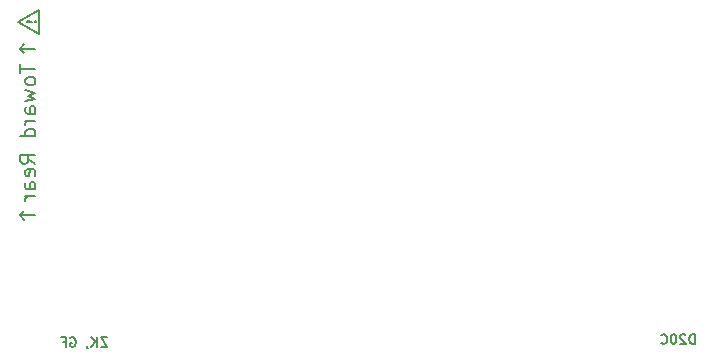
<source format=gbo>
G04 #@! TF.GenerationSoftware,KiCad,Pcbnew,(5.1.10-1-10_14)*
G04 #@! TF.CreationDate,2021-10-29T05:10:37-04:00*
G04 #@! TF.ProjectId,RAM2GS,52414d32-4753-42e6-9b69-6361645f7063,2.0*
G04 #@! TF.SameCoordinates,Original*
G04 #@! TF.FileFunction,Legend,Bot*
G04 #@! TF.FilePolarity,Positive*
%FSLAX46Y46*%
G04 Gerber Fmt 4.6, Leading zero omitted, Abs format (unit mm)*
G04 Created by KiCad (PCBNEW (5.1.10-1-10_14)) date 2021-10-29 05:10:37*
%MOMM*%
%LPD*%
G01*
G04 APERTURE LIST*
%ADD10C,0.203200*%
%ADD11C,0.200000*%
%ADD12C,0.190500*%
%ADD13C,0.100000*%
%ADD14C,1.448000*%
%ADD15C,2.524900*%
%ADD16C,1.140600*%
%ADD17C,2.150000*%
G04 APERTURE END LIST*
D10*
X104771371Y-130542695D02*
X104771371Y-129729895D01*
X104577847Y-129729895D01*
X104461733Y-129768600D01*
X104384323Y-129846009D01*
X104345619Y-129923419D01*
X104306914Y-130078238D01*
X104306914Y-130194352D01*
X104345619Y-130349171D01*
X104384323Y-130426580D01*
X104461733Y-130503990D01*
X104577847Y-130542695D01*
X104771371Y-130542695D01*
X103997276Y-129807304D02*
X103958571Y-129768600D01*
X103881161Y-129729895D01*
X103687638Y-129729895D01*
X103610228Y-129768600D01*
X103571523Y-129807304D01*
X103532819Y-129884714D01*
X103532819Y-129962123D01*
X103571523Y-130078238D01*
X104035980Y-130542695D01*
X103532819Y-130542695D01*
X103029657Y-129729895D02*
X102952247Y-129729895D01*
X102874838Y-129768600D01*
X102836133Y-129807304D01*
X102797428Y-129884714D01*
X102758723Y-130039533D01*
X102758723Y-130233057D01*
X102797428Y-130387876D01*
X102836133Y-130465285D01*
X102874838Y-130503990D01*
X102952247Y-130542695D01*
X103029657Y-130542695D01*
X103107066Y-130503990D01*
X103145771Y-130465285D01*
X103184476Y-130387876D01*
X103223180Y-130233057D01*
X103223180Y-130039533D01*
X103184476Y-129884714D01*
X103145771Y-129807304D01*
X103107066Y-129768600D01*
X103029657Y-129729895D01*
X101945923Y-130465285D02*
X101984628Y-130503990D01*
X102100742Y-130542695D01*
X102178152Y-130542695D01*
X102294266Y-130503990D01*
X102371676Y-130426580D01*
X102410380Y-130349171D01*
X102449085Y-130194352D01*
X102449085Y-130078238D01*
X102410380Y-129923419D01*
X102371676Y-129846009D01*
X102294266Y-129768600D01*
X102178152Y-129729895D01*
X102100742Y-129729895D01*
X101984628Y-129768600D01*
X101945923Y-129807304D01*
X55021238Y-129983895D02*
X54479371Y-129983895D01*
X55021238Y-130796695D01*
X54479371Y-130796695D01*
X54169733Y-130796695D02*
X54169733Y-129983895D01*
X53705276Y-130796695D02*
X54053619Y-130332238D01*
X53705276Y-129983895D02*
X54169733Y-130448352D01*
X53318228Y-130757990D02*
X53318228Y-130796695D01*
X53356933Y-130874104D01*
X53395638Y-130912809D01*
X51924857Y-130022600D02*
X52002266Y-129983895D01*
X52118380Y-129983895D01*
X52234495Y-130022600D01*
X52311904Y-130100009D01*
X52350609Y-130177419D01*
X52389314Y-130332238D01*
X52389314Y-130448352D01*
X52350609Y-130603171D01*
X52311904Y-130680580D01*
X52234495Y-130757990D01*
X52118380Y-130796695D01*
X52040971Y-130796695D01*
X51924857Y-130757990D01*
X51886152Y-130719285D01*
X51886152Y-130448352D01*
X52040971Y-130448352D01*
X51266876Y-130370942D02*
X51537809Y-130370942D01*
X51537809Y-130796695D02*
X51537809Y-129983895D01*
X51150761Y-129983895D01*
D11*
X47625000Y-119634000D02*
X48006000Y-119253000D01*
X47498000Y-103251000D02*
X49276000Y-102235000D01*
X49276000Y-102235000D02*
X49276000Y-104267000D01*
X47625000Y-105537000D02*
X48006000Y-105156000D01*
X48895000Y-105537000D02*
X47625000Y-105537000D01*
X47625000Y-119634000D02*
X48006000Y-120015000D01*
X48895000Y-119634000D02*
X47625000Y-119634000D01*
X47625000Y-105537000D02*
X48006000Y-105918000D01*
X49276000Y-104267000D02*
X47498000Y-103251000D01*
X47691523Y-106873523D02*
X47691523Y-107599238D01*
X48961523Y-107236380D02*
X47691523Y-107236380D01*
X48961523Y-108204000D02*
X48901047Y-108083047D01*
X48840571Y-108022571D01*
X48719619Y-107962095D01*
X48356761Y-107962095D01*
X48235809Y-108022571D01*
X48175333Y-108083047D01*
X48114857Y-108204000D01*
X48114857Y-108385428D01*
X48175333Y-108506380D01*
X48235809Y-108566857D01*
X48356761Y-108627333D01*
X48719619Y-108627333D01*
X48840571Y-108566857D01*
X48901047Y-108506380D01*
X48961523Y-108385428D01*
X48961523Y-108204000D01*
X48114857Y-109050666D02*
X48961523Y-109292571D01*
X48356761Y-109534476D01*
X48961523Y-109776380D01*
X48114857Y-110018285D01*
X48961523Y-111046380D02*
X48296285Y-111046380D01*
X48175333Y-110985904D01*
X48114857Y-110864952D01*
X48114857Y-110623047D01*
X48175333Y-110502095D01*
X48901047Y-111046380D02*
X48961523Y-110925428D01*
X48961523Y-110623047D01*
X48901047Y-110502095D01*
X48780095Y-110441619D01*
X48659142Y-110441619D01*
X48538190Y-110502095D01*
X48477714Y-110623047D01*
X48477714Y-110925428D01*
X48417238Y-111046380D01*
X48961523Y-111651142D02*
X48114857Y-111651142D01*
X48356761Y-111651142D02*
X48235809Y-111711619D01*
X48175333Y-111772095D01*
X48114857Y-111893047D01*
X48114857Y-112014000D01*
X48961523Y-112981619D02*
X47691523Y-112981619D01*
X48901047Y-112981619D02*
X48961523Y-112860666D01*
X48961523Y-112618761D01*
X48901047Y-112497809D01*
X48840571Y-112437333D01*
X48719619Y-112376857D01*
X48356761Y-112376857D01*
X48235809Y-112437333D01*
X48175333Y-112497809D01*
X48114857Y-112618761D01*
X48114857Y-112860666D01*
X48175333Y-112981619D01*
X48961523Y-115279714D02*
X48356761Y-114856380D01*
X48961523Y-114554000D02*
X47691523Y-114554000D01*
X47691523Y-115037809D01*
X47752000Y-115158761D01*
X47812476Y-115219238D01*
X47933428Y-115279714D01*
X48114857Y-115279714D01*
X48235809Y-115219238D01*
X48296285Y-115158761D01*
X48356761Y-115037809D01*
X48356761Y-114554000D01*
X48901047Y-116307809D02*
X48961523Y-116186857D01*
X48961523Y-115944952D01*
X48901047Y-115824000D01*
X48780095Y-115763523D01*
X48296285Y-115763523D01*
X48175333Y-115824000D01*
X48114857Y-115944952D01*
X48114857Y-116186857D01*
X48175333Y-116307809D01*
X48296285Y-116368285D01*
X48417238Y-116368285D01*
X48538190Y-115763523D01*
X48961523Y-117456857D02*
X48296285Y-117456857D01*
X48175333Y-117396380D01*
X48114857Y-117275428D01*
X48114857Y-117033523D01*
X48175333Y-116912571D01*
X48901047Y-117456857D02*
X48961523Y-117335904D01*
X48961523Y-117033523D01*
X48901047Y-116912571D01*
X48780095Y-116852095D01*
X48659142Y-116852095D01*
X48538190Y-116912571D01*
X48477714Y-117033523D01*
X48477714Y-117335904D01*
X48417238Y-117456857D01*
X48961523Y-118061619D02*
X48114857Y-118061619D01*
X48356761Y-118061619D02*
X48235809Y-118122095D01*
X48175333Y-118182571D01*
X48114857Y-118303523D01*
X48114857Y-118424476D01*
D12*
X48913142Y-103251000D02*
X48949428Y-103287285D01*
X48985714Y-103251000D01*
X48949428Y-103214714D01*
X48913142Y-103251000D01*
X48985714Y-103251000D01*
X48695428Y-103251000D02*
X48260000Y-103214714D01*
X48223714Y-103251000D01*
X48260000Y-103287285D01*
X48695428Y-103251000D01*
X48223714Y-103251000D01*
%LPC*%
D13*
G36*
X113538000Y-139446000D02*
G01*
X113030000Y-139954000D01*
X55626000Y-139954000D01*
X55118000Y-139446000D01*
X55118000Y-132080000D01*
X113538000Y-132080000D01*
X113538000Y-139446000D01*
G37*
D14*
X48514000Y-129540000D03*
G36*
G01*
X110161000Y-138608500D02*
X110161000Y-131955500D01*
G75*
G02*
X110579500Y-131537000I418500J0D01*
G01*
X111416500Y-131537000D01*
G75*
G02*
X111835000Y-131955500I0J-418500D01*
G01*
X111835000Y-138608500D01*
G75*
G02*
X111416500Y-139027000I-418500J0D01*
G01*
X110579500Y-139027000D01*
G75*
G02*
X110161000Y-138608500I0J418500D01*
G01*
G37*
G36*
G01*
X107621000Y-138608500D02*
X107621000Y-131955500D01*
G75*
G02*
X108039500Y-131537000I418500J0D01*
G01*
X108876500Y-131537000D01*
G75*
G02*
X109295000Y-131955500I0J-418500D01*
G01*
X109295000Y-138608500D01*
G75*
G02*
X108876500Y-139027000I-418500J0D01*
G01*
X108039500Y-139027000D01*
G75*
G02*
X107621000Y-138608500I0J418500D01*
G01*
G37*
G36*
G01*
X105081000Y-138608500D02*
X105081000Y-131955500D01*
G75*
G02*
X105499500Y-131537000I418500J0D01*
G01*
X106336500Y-131537000D01*
G75*
G02*
X106755000Y-131955500I0J-418500D01*
G01*
X106755000Y-138608500D01*
G75*
G02*
X106336500Y-139027000I-418500J0D01*
G01*
X105499500Y-139027000D01*
G75*
G02*
X105081000Y-138608500I0J418500D01*
G01*
G37*
G36*
G01*
X102541000Y-138608500D02*
X102541000Y-131955500D01*
G75*
G02*
X102959500Y-131537000I418500J0D01*
G01*
X103796500Y-131537000D01*
G75*
G02*
X104215000Y-131955500I0J-418500D01*
G01*
X104215000Y-138608500D01*
G75*
G02*
X103796500Y-139027000I-418500J0D01*
G01*
X102959500Y-139027000D01*
G75*
G02*
X102541000Y-138608500I0J418500D01*
G01*
G37*
G36*
G01*
X100001000Y-138608500D02*
X100001000Y-131955500D01*
G75*
G02*
X100419500Y-131537000I418500J0D01*
G01*
X101256500Y-131537000D01*
G75*
G02*
X101675000Y-131955500I0J-418500D01*
G01*
X101675000Y-138608500D01*
G75*
G02*
X101256500Y-139027000I-418500J0D01*
G01*
X100419500Y-139027000D01*
G75*
G02*
X100001000Y-138608500I0J418500D01*
G01*
G37*
G36*
G01*
X97461000Y-138608500D02*
X97461000Y-131955500D01*
G75*
G02*
X97879500Y-131537000I418500J0D01*
G01*
X98716500Y-131537000D01*
G75*
G02*
X99135000Y-131955500I0J-418500D01*
G01*
X99135000Y-138608500D01*
G75*
G02*
X98716500Y-139027000I-418500J0D01*
G01*
X97879500Y-139027000D01*
G75*
G02*
X97461000Y-138608500I0J418500D01*
G01*
G37*
G36*
G01*
X94921000Y-138608500D02*
X94921000Y-131955500D01*
G75*
G02*
X95339500Y-131537000I418500J0D01*
G01*
X96176500Y-131537000D01*
G75*
G02*
X96595000Y-131955500I0J-418500D01*
G01*
X96595000Y-138608500D01*
G75*
G02*
X96176500Y-139027000I-418500J0D01*
G01*
X95339500Y-139027000D01*
G75*
G02*
X94921000Y-138608500I0J418500D01*
G01*
G37*
G36*
G01*
X92381000Y-138608500D02*
X92381000Y-131955500D01*
G75*
G02*
X92799500Y-131537000I418500J0D01*
G01*
X93636500Y-131537000D01*
G75*
G02*
X94055000Y-131955500I0J-418500D01*
G01*
X94055000Y-138608500D01*
G75*
G02*
X93636500Y-139027000I-418500J0D01*
G01*
X92799500Y-139027000D01*
G75*
G02*
X92381000Y-138608500I0J418500D01*
G01*
G37*
G36*
G01*
X89841000Y-138608500D02*
X89841000Y-131955500D01*
G75*
G02*
X90259500Y-131537000I418500J0D01*
G01*
X91096500Y-131537000D01*
G75*
G02*
X91515000Y-131955500I0J-418500D01*
G01*
X91515000Y-138608500D01*
G75*
G02*
X91096500Y-139027000I-418500J0D01*
G01*
X90259500Y-139027000D01*
G75*
G02*
X89841000Y-138608500I0J418500D01*
G01*
G37*
G36*
G01*
X87301000Y-138608500D02*
X87301000Y-131955500D01*
G75*
G02*
X87719500Y-131537000I418500J0D01*
G01*
X88556500Y-131537000D01*
G75*
G02*
X88975000Y-131955500I0J-418500D01*
G01*
X88975000Y-138608500D01*
G75*
G02*
X88556500Y-139027000I-418500J0D01*
G01*
X87719500Y-139027000D01*
G75*
G02*
X87301000Y-138608500I0J418500D01*
G01*
G37*
G36*
G01*
X84761000Y-138608500D02*
X84761000Y-131955500D01*
G75*
G02*
X85179500Y-131537000I418500J0D01*
G01*
X86016500Y-131537000D01*
G75*
G02*
X86435000Y-131955500I0J-418500D01*
G01*
X86435000Y-138608500D01*
G75*
G02*
X86016500Y-139027000I-418500J0D01*
G01*
X85179500Y-139027000D01*
G75*
G02*
X84761000Y-138608500I0J418500D01*
G01*
G37*
G36*
G01*
X82221000Y-138608500D02*
X82221000Y-131955500D01*
G75*
G02*
X82639500Y-131537000I418500J0D01*
G01*
X83476500Y-131537000D01*
G75*
G02*
X83895000Y-131955500I0J-418500D01*
G01*
X83895000Y-138608500D01*
G75*
G02*
X83476500Y-139027000I-418500J0D01*
G01*
X82639500Y-139027000D01*
G75*
G02*
X82221000Y-138608500I0J418500D01*
G01*
G37*
G36*
G01*
X79681000Y-138608500D02*
X79681000Y-131955500D01*
G75*
G02*
X80099500Y-131537000I418500J0D01*
G01*
X80936500Y-131537000D01*
G75*
G02*
X81355000Y-131955500I0J-418500D01*
G01*
X81355000Y-138608500D01*
G75*
G02*
X80936500Y-139027000I-418500J0D01*
G01*
X80099500Y-139027000D01*
G75*
G02*
X79681000Y-138608500I0J418500D01*
G01*
G37*
G36*
G01*
X77141000Y-138608500D02*
X77141000Y-131955500D01*
G75*
G02*
X77559500Y-131537000I418500J0D01*
G01*
X78396500Y-131537000D01*
G75*
G02*
X78815000Y-131955500I0J-418500D01*
G01*
X78815000Y-138608500D01*
G75*
G02*
X78396500Y-139027000I-418500J0D01*
G01*
X77559500Y-139027000D01*
G75*
G02*
X77141000Y-138608500I0J418500D01*
G01*
G37*
G36*
G01*
X74601000Y-138608500D02*
X74601000Y-131955500D01*
G75*
G02*
X75019500Y-131537000I418500J0D01*
G01*
X75856500Y-131537000D01*
G75*
G02*
X76275000Y-131955500I0J-418500D01*
G01*
X76275000Y-138608500D01*
G75*
G02*
X75856500Y-139027000I-418500J0D01*
G01*
X75019500Y-139027000D01*
G75*
G02*
X74601000Y-138608500I0J418500D01*
G01*
G37*
G36*
G01*
X72061000Y-138608500D02*
X72061000Y-131955500D01*
G75*
G02*
X72479500Y-131537000I418500J0D01*
G01*
X73316500Y-131537000D01*
G75*
G02*
X73735000Y-131955500I0J-418500D01*
G01*
X73735000Y-138608500D01*
G75*
G02*
X73316500Y-139027000I-418500J0D01*
G01*
X72479500Y-139027000D01*
G75*
G02*
X72061000Y-138608500I0J418500D01*
G01*
G37*
G36*
G01*
X69521000Y-138608500D02*
X69521000Y-131955500D01*
G75*
G02*
X69939500Y-131537000I418500J0D01*
G01*
X70776500Y-131537000D01*
G75*
G02*
X71195000Y-131955500I0J-418500D01*
G01*
X71195000Y-138608500D01*
G75*
G02*
X70776500Y-139027000I-418500J0D01*
G01*
X69939500Y-139027000D01*
G75*
G02*
X69521000Y-138608500I0J418500D01*
G01*
G37*
G36*
G01*
X66981000Y-138608500D02*
X66981000Y-131955500D01*
G75*
G02*
X67399500Y-131537000I418500J0D01*
G01*
X68236500Y-131537000D01*
G75*
G02*
X68655000Y-131955500I0J-418500D01*
G01*
X68655000Y-138608500D01*
G75*
G02*
X68236500Y-139027000I-418500J0D01*
G01*
X67399500Y-139027000D01*
G75*
G02*
X66981000Y-138608500I0J418500D01*
G01*
G37*
G36*
G01*
X64441000Y-138608500D02*
X64441000Y-131955500D01*
G75*
G02*
X64859500Y-131537000I418500J0D01*
G01*
X65696500Y-131537000D01*
G75*
G02*
X66115000Y-131955500I0J-418500D01*
G01*
X66115000Y-138608500D01*
G75*
G02*
X65696500Y-139027000I-418500J0D01*
G01*
X64859500Y-139027000D01*
G75*
G02*
X64441000Y-138608500I0J418500D01*
G01*
G37*
G36*
G01*
X61901000Y-138608500D02*
X61901000Y-131955500D01*
G75*
G02*
X62319500Y-131537000I418500J0D01*
G01*
X63156500Y-131537000D01*
G75*
G02*
X63575000Y-131955500I0J-418500D01*
G01*
X63575000Y-138608500D01*
G75*
G02*
X63156500Y-139027000I-418500J0D01*
G01*
X62319500Y-139027000D01*
G75*
G02*
X61901000Y-138608500I0J418500D01*
G01*
G37*
G36*
G01*
X59361000Y-138608500D02*
X59361000Y-131955500D01*
G75*
G02*
X59779500Y-131537000I418500J0D01*
G01*
X60616500Y-131537000D01*
G75*
G02*
X61035000Y-131955500I0J-418500D01*
G01*
X61035000Y-138608500D01*
G75*
G02*
X60616500Y-139027000I-418500J0D01*
G01*
X59779500Y-139027000D01*
G75*
G02*
X59361000Y-138608500I0J418500D01*
G01*
G37*
G36*
G01*
X56821000Y-138608500D02*
X56821000Y-131955500D01*
G75*
G02*
X57239500Y-131537000I418500J0D01*
G01*
X58076500Y-131537000D01*
G75*
G02*
X58495000Y-131955500I0J-418500D01*
G01*
X58495000Y-138608500D01*
G75*
G02*
X58076500Y-139027000I-418500J0D01*
G01*
X57239500Y-139027000D01*
G75*
G02*
X56821000Y-138608500I0J418500D01*
G01*
G37*
D15*
X106617090Y-100965987D03*
X103024987Y-104558090D03*
X98983872Y-100516974D03*
X102575974Y-96924872D03*
D16*
X100779923Y-98720923D03*
X105449656Y-104827497D03*
X106886497Y-103390656D03*
D17*
X110998000Y-130175000D03*
D14*
X48514000Y-93726000D03*
X102870000Y-93726000D03*
X111506000Y-115189000D03*
M02*

</source>
